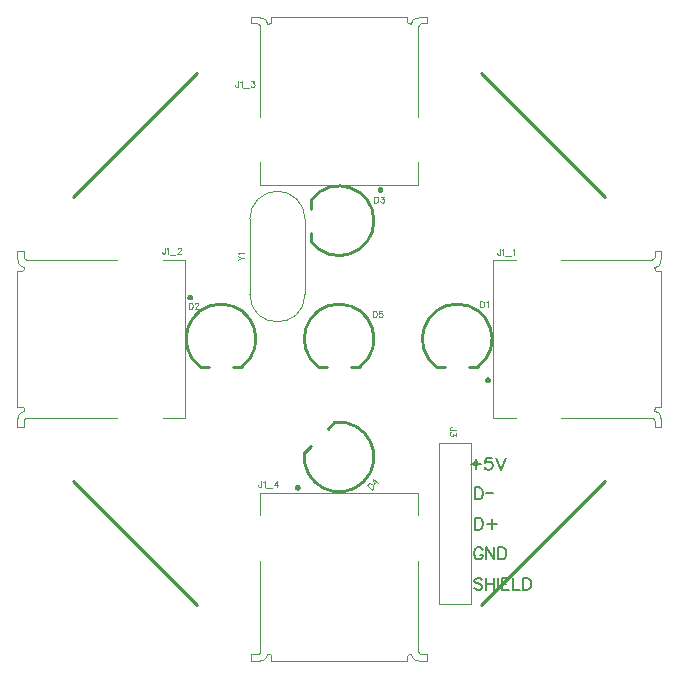
<source format=gbr>
G04 DipTrace 4.1.3.1*
G04 TopSilk.gbr*
%MOIN*%
G04 #@! TF.FileFunction,Legend,Top*
G04 #@! TF.Part,Single*
%ADD10C,0.009843*%
%ADD13C,0.004724*%
%ADD60C,0.003088*%
%ADD61C,0.006176*%
%FSLAX26Y26*%
G04*
G70*
G90*
G75*
G01*
G04 TopSilk*
%LPD*%
X1743306Y1187009D2*
D10*
X1713377D1*
X1743306D2*
G03X1603154Y1187007I-70078J92562D01*
G01*
X1633083D1*
X955903Y1187008D2*
X925974D1*
X955903D2*
G03X815751Y1187008I-70076J92564D01*
G01*
X845680D1*
X1187008Y1603152D2*
Y1633081D1*
Y1603152D2*
G03X1187008Y1743304I92564J70076D01*
G01*
Y1713375D1*
X1164555Y901697D2*
X1185718Y922860D1*
X1164555Y901697D2*
G03X1263658Y1000799I115004J-15901D01*
G01*
X1242495Y979636D1*
X1349606Y1187009D2*
X1319676D1*
X1349606D2*
G03X1209453Y1187007I-70078J92562D01*
G01*
X1239382D1*
X1718141Y931126D2*
D13*
X1613417Y931123D1*
X1613431Y397265D1*
X1718155Y397268D1*
X1718141Y931126D1*
G36*
X1734915Y873882D2*
X1736179Y873799D1*
X1737421Y873552D1*
X1738621Y873145D1*
X1739757Y872585D1*
X1740810Y871881D1*
X1741763Y871046D1*
X1742598Y870093D1*
X1743302Y869040D1*
X1743863Y867904D1*
X1744270Y866704D1*
X1744517Y865462D1*
X1744600Y864197D1*
X1744517Y862933D1*
X1744270Y861691D1*
X1743863Y860491D1*
X1743302Y859355D1*
X1742599Y858301D1*
X1741763Y857349D1*
X1740811Y856514D1*
X1739758Y855810D1*
X1738621Y855249D1*
X1737422Y854842D1*
X1736179Y854595D1*
X1734915Y854512D1*
D1*
X1733651Y854595D1*
X1732408Y854842D1*
X1731209Y855249D1*
X1730073Y855809D1*
X1729019Y856513D1*
X1728067Y857349D1*
X1727231Y858301D1*
X1726527Y859354D1*
X1725967Y860491D1*
X1725560Y861690D1*
X1725313Y862933D1*
X1725230Y864197D1*
X1725313Y865461D1*
X1725560Y866704D1*
X1725967Y867903D1*
X1726527Y869039D1*
X1727231Y870093D1*
X1728066Y871045D1*
X1729019Y871881D1*
X1730072Y872584D1*
X1731208Y873145D1*
X1732408Y873552D1*
X1733650Y873799D1*
X1734915Y873882D1*
D1*
G37*
X1792717Y1279333D2*
D13*
X1792712Y1542916D1*
X1868254Y1542918D1*
X1792717Y1279719D2*
X1792721Y1016137D1*
X1868263Y1016138D1*
X2019924Y1542920D2*
X2319483Y1542926D1*
X2326176Y1544894D1*
X2329719Y1548398D1*
X2331294Y1553162D1*
Y1572060D1*
X2353735D1*
Y1554738D1*
X2350192Y1532257D1*
X2341137Y1523241D1*
X2329326Y1520446D1*
Y1517690D1*
X2330901Y1511036D1*
X2332870Y1508280D1*
X2336019Y1506312D1*
X2341138Y1505092D1*
X2353736D1*
X2353740Y1279344D1*
X2019935Y1016141D2*
X2319493Y1016146D1*
X2326186Y1014178D1*
X2329729Y1010674D1*
X2331304Y1005910D1*
X2331305Y987013D1*
X2353746D1*
X2353745Y1004336D1*
X2350201Y1026816D1*
X2341146Y1035832D1*
X2329335Y1038627D1*
Y1041383D1*
X2330910Y1048036D1*
X2332878Y1050792D1*
X2336028Y1052761D1*
X2341146Y1053981D1*
X2353744Y1053982D1*
X2353740Y1279730D1*
G36*
X1775790Y1131884D2*
X1774505Y1131969D1*
X1773243Y1132220D1*
X1772024Y1132634D1*
X1770869Y1133203D1*
X1769798Y1133918D1*
X1768830Y1134767D1*
X1767981Y1135735D1*
X1767266Y1136805D1*
X1766697Y1137960D1*
X1766283Y1139179D1*
X1766032Y1140442D1*
X1765947Y1141727D1*
X1766032Y1143011D1*
X1766283Y1144274D1*
X1766697Y1145493D1*
X1767266Y1146648D1*
X1767981Y1147718D1*
X1768830Y1148686D1*
X1769798Y1149535D1*
X1770869Y1150251D1*
X1772023Y1150820D1*
X1773242Y1151234D1*
X1774505Y1151485D1*
X1775790Y1151569D1*
D1*
X1777074Y1151485D1*
X1778337Y1151234D1*
X1779556Y1150820D1*
X1780711Y1150251D1*
X1781782Y1149536D1*
X1782750Y1148687D1*
X1783598Y1147719D1*
X1784314Y1146648D1*
X1784883Y1145494D1*
X1785297Y1144274D1*
X1785548Y1143012D1*
X1785632Y1141727D1*
X1785548Y1140442D1*
X1785297Y1139180D1*
X1784883Y1137960D1*
X1784314Y1136806D1*
X1783599Y1135735D1*
X1782750Y1134767D1*
X1781782Y1133918D1*
X1780711Y1133203D1*
X1779557Y1132634D1*
X1778338Y1132220D1*
X1777075Y1131969D1*
X1775790Y1131884D1*
D1*
G37*
X766339Y1279717D2*
D13*
Y1016134D1*
X690797D1*
X766339Y1279331D2*
Y1542913D1*
X690797D1*
X539126Y1016134D2*
X239567D1*
X232874Y1014165D1*
X229331Y1010661D1*
X227756Y1005898D1*
Y987000D1*
X205315D1*
Y1004323D1*
X208858Y1026803D1*
X217913Y1035819D1*
X229724Y1038614D1*
Y1041370D1*
X228150Y1048024D1*
X226181Y1050780D1*
X223031Y1052748D1*
X217913Y1053969D1*
X205315D1*
Y1279717D1*
X539125Y1542913D2*
X239567D1*
X232874Y1544882D1*
X229331Y1548386D1*
X227756Y1553150D1*
Y1572047D1*
X205315D1*
Y1554724D1*
X208858Y1532244D1*
X217913Y1523228D1*
X229724Y1520433D1*
Y1517677D1*
X228150Y1511024D1*
X226181Y1508268D1*
X223031Y1506299D1*
X217913Y1505079D1*
X205315D1*
Y1279331D1*
G36*
X783268Y1427165D2*
X784552Y1427081D1*
X785815Y1426830D1*
X787034Y1426416D1*
X788189Y1425847D1*
X789259Y1425131D1*
X790227Y1424283D1*
X791076Y1423315D1*
X791792Y1422244D1*
X792361Y1421089D1*
X792775Y1419870D1*
X793026Y1418608D1*
X793110Y1417323D1*
X793026Y1416038D1*
X792775Y1414775D1*
X792361Y1413556D1*
X791792Y1412402D1*
X791076Y1411331D1*
X790227Y1410363D1*
X789259Y1409514D1*
X788189Y1408799D1*
X787034Y1408230D1*
X785815Y1407816D1*
X784552Y1407565D1*
X783268Y1407480D1*
D1*
X781983Y1407565D1*
X780720Y1407816D1*
X779501Y1408230D1*
X778346Y1408799D1*
X777276Y1409514D1*
X776308Y1410363D1*
X775459Y1411331D1*
X774744Y1412402D1*
X774174Y1413556D1*
X773761Y1414775D1*
X773509Y1416038D1*
X773425Y1417323D1*
X773509Y1418608D1*
X773761Y1419870D1*
X774174Y1421089D1*
X774744Y1422244D1*
X775459Y1423315D1*
X776308Y1424283D1*
X777276Y1425131D1*
X778346Y1425847D1*
X779501Y1426416D1*
X780720Y1426830D1*
X781983Y1427081D1*
X783268Y1427165D1*
D1*
G37*
X1279717Y1792717D2*
D13*
X1016134D1*
Y1868259D1*
X1279331Y1792717D2*
X1542913D1*
Y1868259D1*
X1016134Y2019929D2*
Y2319488D1*
X1014165Y2326181D1*
X1010661Y2329724D1*
X1005898Y2331299D1*
X987000D1*
Y2353740D1*
X1004323D1*
X1026803Y2350197D1*
X1035819Y2341142D1*
X1038614Y2329331D1*
X1041370D1*
X1048024Y2330906D1*
X1050780Y2332874D1*
X1052748Y2336024D1*
X1053969Y2341142D1*
Y2353740D1*
X1279717D1*
X1542913Y2019930D2*
Y2319488D1*
X1544882Y2326181D1*
X1548386Y2329724D1*
X1553150Y2331299D1*
X1572047D1*
Y2353740D1*
X1554724D1*
X1532244Y2350197D1*
X1523228Y2341142D1*
X1520433Y2329331D1*
X1517677D1*
X1511024Y2330906D1*
X1508268Y2332874D1*
X1506299Y2336024D1*
X1505079Y2341142D1*
Y2353740D1*
X1279331D1*
G36*
X1427165Y1775787D2*
X1427081Y1774503D1*
X1426830Y1773240D1*
X1426416Y1772021D1*
X1425847Y1770866D1*
X1425131Y1769796D1*
X1424283Y1768828D1*
X1423315Y1767979D1*
X1422244Y1767264D1*
X1421089Y1766694D1*
X1419870Y1766280D1*
X1418608Y1766029D1*
X1417323Y1765945D1*
X1416038Y1766029D1*
X1414775Y1766280D1*
X1413556Y1766694D1*
X1412402Y1767264D1*
X1411331Y1767979D1*
X1410363Y1768828D1*
X1409514Y1769796D1*
X1408799Y1770866D1*
X1408230Y1772021D1*
X1407816Y1773240D1*
X1407565Y1774503D1*
X1407480Y1775787D1*
D1*
X1407565Y1777072D1*
X1407816Y1778335D1*
X1408230Y1779554D1*
X1408799Y1780709D1*
X1409514Y1781779D1*
X1410363Y1782747D1*
X1411331Y1783596D1*
X1412402Y1784311D1*
X1413556Y1784881D1*
X1414775Y1785295D1*
X1416038Y1785546D1*
X1417323Y1785630D1*
X1418608Y1785546D1*
X1419870Y1785295D1*
X1421089Y1784881D1*
X1422244Y1784311D1*
X1423315Y1783596D1*
X1424283Y1782747D1*
X1425131Y1781779D1*
X1425847Y1780709D1*
X1426416Y1779554D1*
X1426830Y1778335D1*
X1427081Y1777072D1*
X1427165Y1775787D1*
D1*
G37*
X1279339Y766339D2*
D13*
X1542921D1*
Y690797D1*
X1279724Y766339D2*
X1016142D1*
Y690797D1*
X1542921Y539126D2*
Y239567D1*
X1544890Y232874D1*
X1548394Y229331D1*
X1553157Y227756D1*
X1572055D1*
Y205315D1*
X1554732D1*
X1532252Y208858D1*
X1523236Y217913D1*
X1520441Y229724D1*
X1517685D1*
X1511031Y228150D1*
X1508276Y226181D1*
X1506307Y223031D1*
X1505087Y217913D1*
Y205315D1*
X1279339D1*
X1016142Y539125D2*
Y239567D1*
X1014173Y232874D1*
X1010669Y229331D1*
X1005906Y227756D1*
X987008D1*
Y205315D1*
X1004331D1*
X1026811Y208858D1*
X1035827Y217913D1*
X1038622Y229724D1*
X1041378D1*
X1048031Y228150D1*
X1050787Y226181D1*
X1052756Y223031D1*
X1053976Y217913D1*
Y205315D1*
X1279724D1*
G36*
X1131890Y783268D2*
X1131974Y784552D1*
X1132225Y785815D1*
X1132639Y787034D1*
X1133208Y788189D1*
X1133924Y789259D1*
X1134773Y790227D1*
X1135741Y791076D1*
X1136811Y791792D1*
X1137966Y792361D1*
X1139185Y792775D1*
X1140448Y793026D1*
X1141732Y793110D1*
X1143017Y793026D1*
X1144280Y792775D1*
X1145499Y792361D1*
X1146654Y791792D1*
X1147724Y791076D1*
X1148692Y790227D1*
X1149541Y789259D1*
X1150256Y788189D1*
X1150826Y787034D1*
X1151239Y785815D1*
X1151491Y784552D1*
X1151575Y783268D1*
D1*
X1151491Y781983D1*
X1151239Y780720D1*
X1150826Y779501D1*
X1150256Y778346D1*
X1149541Y777276D1*
X1148692Y776308D1*
X1147724Y775459D1*
X1146654Y774744D1*
X1145499Y774174D1*
X1144280Y773761D1*
X1143017Y773509D1*
X1141732Y773425D1*
X1140448Y773509D1*
X1139185Y773761D1*
X1137966Y774174D1*
X1136811Y774744D1*
X1135741Y775459D1*
X1134773Y776308D1*
X1133924Y777276D1*
X1133208Y778346D1*
X1132639Y779501D1*
X1132225Y780720D1*
X1131974Y781983D1*
X1131890Y783268D1*
D1*
G37*
X982047Y1428261D2*
D13*
X982042Y1680229D1*
X1165512Y1428264D2*
X1165507Y1680233D1*
X982047Y1428261D2*
G03X1165512Y1428264I91732J2D01*
G01*
X982042Y1680229D2*
G02X1165507Y1680233I91732J2D01*
G01*
X1751969Y2165354D2*
D10*
X2165354Y1751969D1*
X807087Y2165354D2*
X393701Y1751969D1*
Y807087D2*
X807087Y393701D1*
X2165354Y807087D2*
X1751969Y393701D1*
X1734953Y880505D2*
D61*
Y846061D1*
X1717753Y863261D2*
X1752197D1*
X1787496Y883357D2*
X1768395D1*
X1766494Y866157D1*
X1768395Y868059D1*
X1774143Y870004D1*
X1779847D1*
X1785595Y868059D1*
X1789442Y864256D1*
X1791343Y858508D1*
Y854706D1*
X1789442Y848958D1*
X1785595Y845111D1*
X1779847Y843210D1*
X1774143D1*
X1768395Y845111D1*
X1766494Y847056D1*
X1764549Y850859D1*
X1803695Y883402D2*
X1818993Y843210D1*
X1834292Y883402D1*
X1731506Y784891D2*
Y744699D1*
X1744904D1*
X1750652Y746645D1*
X1754499Y750447D1*
X1756400Y754294D1*
X1758301Y759998D1*
Y769592D1*
X1756400Y775340D1*
X1754499Y779143D1*
X1750652Y782990D1*
X1744904Y784891D1*
X1731506D1*
X1770653Y764773D2*
X1792760D1*
X1732526Y682967D2*
Y642775D1*
X1745924D1*
X1751672Y644721D1*
X1755518Y648523D1*
X1757420Y652370D1*
X1759321Y658074D1*
Y667669D1*
X1757420Y673417D1*
X1755518Y677219D1*
X1751672Y681066D1*
X1745924Y682967D1*
X1732526D1*
X1788872Y680071D2*
Y645627D1*
X1771672Y662827D2*
X1806116D1*
X1758112Y575192D2*
X1756211Y578995D1*
X1752364Y582841D1*
X1748561Y584743D1*
X1740912D1*
X1737065Y582841D1*
X1733263Y578995D1*
X1731317Y575192D1*
X1729416Y569444D1*
Y559849D1*
X1731317Y554146D1*
X1733263Y550299D1*
X1737065Y546496D1*
X1740912Y544551D1*
X1748561D1*
X1752364Y546496D1*
X1756211Y550299D1*
X1758112Y554146D1*
Y559849D1*
X1748561D1*
X1797258Y584743D2*
Y544551D1*
X1770463Y584743D1*
Y544551D1*
X1809609Y584743D2*
Y544551D1*
X1823007D1*
X1828755Y546496D1*
X1832601Y550299D1*
X1834503Y554146D1*
X1836404Y559849D1*
Y569444D1*
X1834503Y575192D1*
X1832601Y578995D1*
X1828755Y582841D1*
X1823007Y584743D1*
X1809609D1*
X1757239Y476794D2*
X1753437Y480641D1*
X1747689Y482542D1*
X1740040D1*
X1734292Y480641D1*
X1730445Y476794D1*
Y472991D1*
X1732390Y469145D1*
X1734292Y467243D1*
X1738094Y465342D1*
X1749590Y461495D1*
X1753437Y459594D1*
X1755338Y457649D1*
X1757239Y453846D1*
Y448098D1*
X1753437Y444295D1*
X1747689Y442350D1*
X1740040D1*
X1734292Y444295D1*
X1730445Y448098D1*
X1769591Y482542D2*
Y442350D1*
X1796386Y482542D2*
Y442350D1*
X1769591Y463397D2*
X1796386D1*
X1808737Y482542D2*
Y442350D1*
X1845938Y482542D2*
X1821088D1*
Y442350D1*
X1845938D1*
X1821088Y463397D2*
X1836387D1*
X1858289Y482542D2*
Y442350D1*
X1881237D1*
X1893588Y482542D2*
Y442350D1*
X1906986D1*
X1912734Y444295D1*
X1916580Y448098D1*
X1918482Y451945D1*
X1920383Y457649D1*
Y467243D1*
X1918482Y472991D1*
X1916580Y476794D1*
X1912734Y480641D1*
X1906986Y482542D1*
X1893588D1*
X1750456Y1405036D2*
D60*
Y1384940D1*
X1757155D1*
X1760029Y1385913D1*
X1761952Y1387814D1*
X1762903Y1389738D1*
X1763853Y1392590D1*
Y1397387D1*
X1762903Y1400261D1*
X1761952Y1402162D1*
X1760028Y1404086D1*
X1757154Y1405036D1*
X1750456D1*
X1770029Y1401190D2*
X1771952Y1402162D1*
X1774826Y1405014D1*
X1774827Y1384941D1*
X778033Y1399751D2*
Y1379655D1*
X784732D1*
X787606Y1380628D1*
X789529Y1382529D1*
X790480Y1384453D1*
X791431Y1387304D1*
Y1392102D1*
X790480Y1394976D1*
X789529Y1396877D1*
X787606Y1398801D1*
X784732Y1399751D1*
X778033D1*
X798579Y1394954D2*
Y1395904D1*
X799530Y1397828D1*
X800480Y1398778D1*
X802404Y1399729D1*
X806228D1*
X808130Y1398778D1*
X809080Y1397828D1*
X810053Y1395904D1*
Y1394003D1*
X809080Y1392080D1*
X807179Y1389228D1*
X797606Y1379655D1*
X811004D1*
X1397213Y1753802D2*
Y1733706D1*
X1403912D1*
X1406786Y1734679D1*
X1408709Y1736580D1*
X1409660Y1738504D1*
X1410610Y1741356D1*
Y1746153D1*
X1409660Y1749027D1*
X1408709Y1750928D1*
X1406786Y1752852D1*
X1403912Y1753802D1*
X1397213D1*
X1418709Y1753780D2*
X1429211D1*
X1423485Y1746131D1*
X1426359D1*
X1428260Y1745180D1*
X1429211Y1744230D1*
X1430183Y1741356D1*
Y1739454D1*
X1429211Y1736580D1*
X1427309Y1734657D1*
X1424435Y1733706D1*
X1421561D1*
X1418709Y1734657D1*
X1417759Y1735630D1*
X1416786Y1737531D1*
X1373230Y791618D2*
X1387440Y777408D1*
X1392177Y782144D1*
X1393521Y784864D1*
X1393537Y787569D1*
X1392849Y789601D1*
X1391505Y792290D1*
X1388112Y795682D1*
X1385408Y797042D1*
X1383391Y797714D1*
X1380671D1*
X1377967Y796354D1*
X1373230Y791618D1*
X1408049Y798017D2*
X1393855Y812211D1*
X1396544Y795985D1*
X1406689Y806130D1*
X1391298Y1372629D2*
Y1352533D1*
X1397997D1*
X1400871Y1353505D1*
X1402794Y1355407D1*
X1403745Y1357330D1*
X1404696Y1360182D1*
Y1364979D1*
X1403745Y1367853D1*
X1402794Y1369755D1*
X1400871Y1371678D1*
X1397997Y1372629D1*
X1391298D1*
X1422345Y1372607D2*
X1412795D1*
X1411844Y1364007D1*
X1412795Y1364958D1*
X1415669Y1365930D1*
X1418521D1*
X1421395Y1364958D1*
X1423318Y1363056D1*
X1424269Y1360182D1*
Y1358281D1*
X1423318Y1355407D1*
X1421395Y1353484D1*
X1418521Y1352533D1*
X1415669D1*
X1412795Y1353484D1*
X1411844Y1354456D1*
X1410871Y1356358D1*
X1668311Y975493D2*
X1653013D1*
X1650139Y976444D1*
X1649188Y977416D1*
X1648215Y979318D1*
Y981241D1*
X1649188Y983142D1*
X1650139Y984093D1*
X1653013Y985066D1*
X1654914D1*
X1668290Y967394D2*
Y956893D1*
X1660640Y962619D1*
Y959745D1*
X1659690Y957844D1*
X1658739Y956893D1*
X1655865Y955920D1*
X1653964D1*
X1651090Y956893D1*
X1649166Y958794D1*
X1648216Y961668D1*
Y964542D1*
X1649166Y967394D1*
X1650139Y968345D1*
X1652040Y969317D1*
X1816313Y1579298D2*
X1816314Y1563999D1*
X1815363Y1561125D1*
X1814390Y1560174D1*
X1812489Y1559202D1*
X1810566D1*
X1808664Y1560174D1*
X1807714Y1561125D1*
X1806741Y1563999D1*
Y1565900D1*
X1822489Y1575451D2*
X1824413Y1576424D1*
X1827286Y1579276D1*
X1827287Y1559202D1*
X1833463Y1555886D2*
X1851635D1*
X1857811Y1575452D2*
X1859734Y1576424D1*
X1862608Y1579276D1*
Y1559203D1*
X698636Y1583658D2*
Y1568359D1*
X697685Y1565485D1*
X696712Y1564535D1*
X694811Y1563562D1*
X692888D1*
X690986Y1564535D1*
X690036Y1565485D1*
X689063Y1568359D1*
Y1570261D1*
X704811Y1579811D2*
X706735Y1580784D1*
X709609Y1583636D1*
Y1563562D1*
X715784Y1560246D2*
X733957D1*
X741106Y1578861D2*
Y1579811D1*
X742056Y1581735D1*
X743007Y1582685D1*
X744930Y1583636D1*
X748755D1*
X750656Y1582685D1*
X751607Y1581735D1*
X752580Y1579811D1*
Y1577910D1*
X751607Y1575987D1*
X749706Y1573135D1*
X740133Y1563562D1*
X753530D1*
X943399Y2138633D2*
Y2123334D1*
X942449Y2120460D1*
X941476Y2119510D1*
X939575Y2118537D1*
X937651D1*
X935750Y2119510D1*
X934800Y2120460D1*
X933827Y2123334D1*
Y2125236D1*
X949575Y2134786D2*
X951499Y2135759D1*
X954373Y2138611D1*
Y2118537D1*
X960548Y2115221D2*
X978721D1*
X986820Y2138611D2*
X997321D1*
X991595Y2130962D1*
X994469D1*
X996371Y2130011D1*
X997321Y2129060D1*
X998294Y2126186D1*
Y2124285D1*
X997321Y2121411D1*
X995420Y2119488D1*
X992546Y2118537D1*
X989672D1*
X986820Y2119488D1*
X985869Y2120460D1*
X984897Y2122362D1*
X1020137Y804628D2*
Y789329D1*
X1019186Y786455D1*
X1018213Y785505D1*
X1016312Y784532D1*
X1014389D1*
X1012487Y785505D1*
X1011537Y786455D1*
X1010564Y789329D1*
Y791230D1*
X1026312Y800781D2*
X1028236Y801754D1*
X1031110Y804606D1*
Y784532D1*
X1037286Y781216D2*
X1055458D1*
X1071207Y784532D2*
Y804606D1*
X1061634Y791230D1*
X1075982D1*
X942913Y1541108D2*
X952486Y1548758D1*
X963009D1*
X942913Y1556407D2*
X952486Y1548758D1*
X946759Y1562583D2*
X945787Y1564506D1*
X942935Y1567380D1*
X963009Y1567381D1*
M02*

</source>
